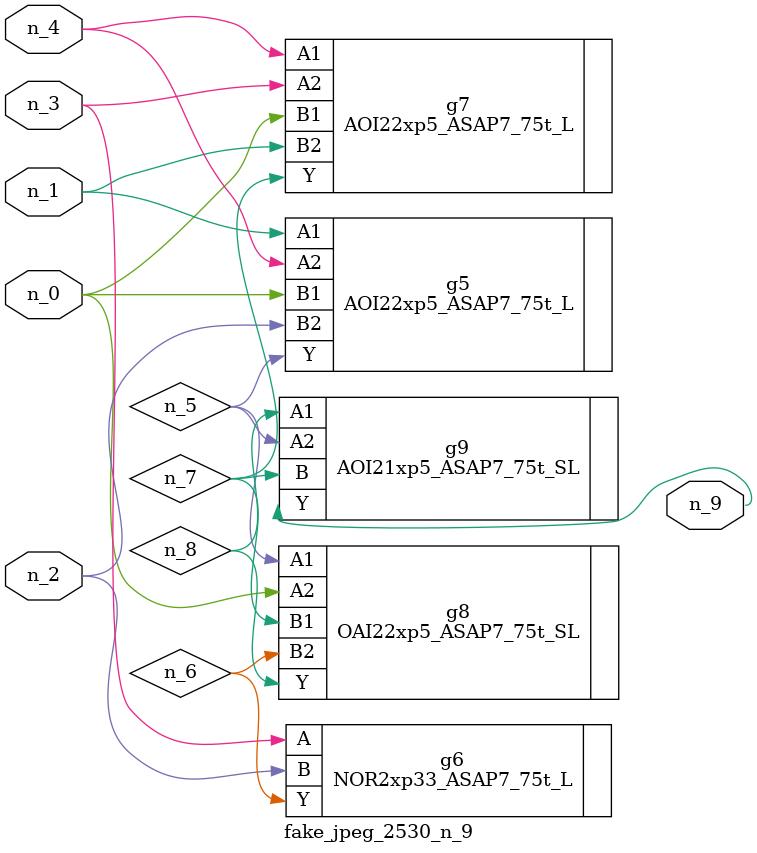
<source format=v>
module fake_jpeg_2530_n_9 (n_3, n_2, n_1, n_0, n_4, n_9);

input n_3;
input n_2;
input n_1;
input n_0;
input n_4;

output n_9;

wire n_8;
wire n_6;
wire n_5;
wire n_7;

AOI22xp5_ASAP7_75t_L g5 ( 
.A1(n_1),
.A2(n_4),
.B1(n_0),
.B2(n_2),
.Y(n_5)
);

NOR2xp33_ASAP7_75t_L g6 ( 
.A(n_3),
.B(n_2),
.Y(n_6)
);

AOI22xp5_ASAP7_75t_L g7 ( 
.A1(n_4),
.A2(n_3),
.B1(n_0),
.B2(n_1),
.Y(n_7)
);

OAI22xp5_ASAP7_75t_SL g8 ( 
.A1(n_5),
.A2(n_0),
.B1(n_7),
.B2(n_6),
.Y(n_8)
);

AOI21xp5_ASAP7_75t_SL g9 ( 
.A1(n_8),
.A2(n_5),
.B(n_7),
.Y(n_9)
);


endmodule
</source>
